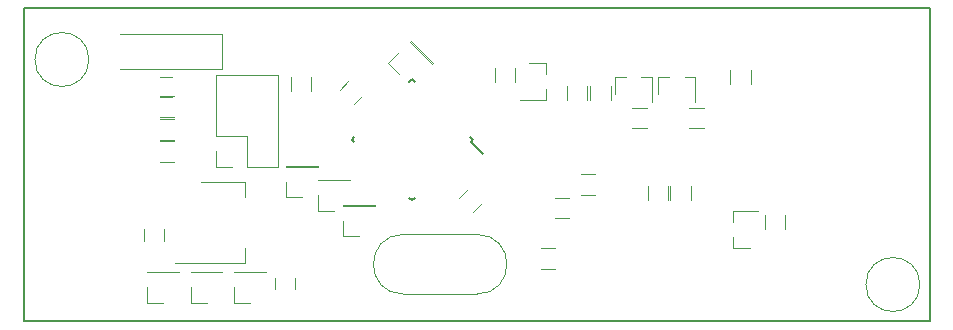
<source format=gbo>
G04 #@! TF.FileFunction,Legend,Bot*
%FSLAX46Y46*%
G04 Gerber Fmt 4.6, Leading zero omitted, Abs format (unit mm)*
G04 Created by KiCad (PCBNEW 4.0.7) date 11/22/17 14:23:38*
%MOMM*%
%LPD*%
G01*
G04 APERTURE LIST*
%ADD10C,0.100000*%
%ADD11C,0.150000*%
%ADD12C,0.120000*%
G04 APERTURE END LIST*
D10*
D11*
X18034000Y-22352000D02*
X18542000Y-22352000D01*
X18034000Y-23431500D02*
X18034000Y-22352000D01*
X94742000Y-22352000D02*
X94742000Y-23431500D01*
X18034000Y-48831500D02*
X18034000Y-23431500D01*
X39878000Y-48831500D02*
X18034000Y-48831500D01*
X94742000Y-48831500D02*
X39878000Y-48831500D01*
X94742000Y-47307500D02*
X94742000Y-48831500D01*
X94742000Y-23431500D02*
X94742000Y-47307500D01*
X18542000Y-22352000D02*
X94742000Y-22352000D01*
X56053524Y-33464500D02*
X55894425Y-33623599D01*
X50927000Y-28337976D02*
X50697190Y-28567786D01*
X45800476Y-33464500D02*
X46030286Y-33234690D01*
X50927000Y-38591024D02*
X51156810Y-38361214D01*
X56053524Y-33464500D02*
X55823714Y-33234690D01*
X50927000Y-38591024D02*
X50697190Y-38361214D01*
X45800476Y-33464500D02*
X46030286Y-33694310D01*
X50927000Y-28337976D02*
X51156810Y-28567786D01*
X55894425Y-33623599D02*
X56902052Y-34631226D01*
D12*
X28233000Y-42029000D02*
X28233000Y-41029000D01*
X29933000Y-41029000D02*
X29933000Y-42029000D01*
X39345500Y-46136500D02*
X39345500Y-45136500D01*
X41045500Y-45136500D02*
X41045500Y-46136500D01*
X46725394Y-29724187D02*
X46018287Y-30431294D01*
X44816206Y-29229213D02*
X45523313Y-28522106D01*
X29619000Y-28169500D02*
X30619000Y-28169500D01*
X30619000Y-29869500D02*
X29619000Y-29869500D01*
X34357000Y-28007000D02*
X39557000Y-28007000D01*
X34357000Y-33147000D02*
X34357000Y-28007000D01*
X39557000Y-35747000D02*
X39557000Y-28007000D01*
X34357000Y-33147000D02*
X36957000Y-33147000D01*
X36957000Y-33147000D02*
X36957000Y-35747000D01*
X36957000Y-35747000D02*
X39557000Y-35747000D01*
X34357000Y-34417000D02*
X34357000Y-35747000D01*
X34357000Y-35747000D02*
X35687000Y-35747000D01*
X32198000Y-44644000D02*
X34858000Y-44644000D01*
X32198000Y-44704000D02*
X32198000Y-44644000D01*
X34858000Y-44704000D02*
X34858000Y-44644000D01*
X32198000Y-44704000D02*
X34858000Y-44704000D01*
X32198000Y-45974000D02*
X32198000Y-47304000D01*
X32198000Y-47304000D02*
X33528000Y-47304000D01*
X28515000Y-44644000D02*
X31175000Y-44644000D01*
X28515000Y-44704000D02*
X28515000Y-44644000D01*
X31175000Y-44704000D02*
X31175000Y-44644000D01*
X28515000Y-44704000D02*
X31175000Y-44704000D01*
X28515000Y-45974000D02*
X28515000Y-47304000D01*
X28515000Y-47304000D02*
X29845000Y-47304000D01*
X35881000Y-44644000D02*
X38541000Y-44644000D01*
X35881000Y-44704000D02*
X35881000Y-44644000D01*
X38541000Y-44704000D02*
X38541000Y-44644000D01*
X35881000Y-44704000D02*
X38541000Y-44704000D01*
X35881000Y-45974000D02*
X35881000Y-47304000D01*
X35881000Y-47304000D02*
X37211000Y-47304000D01*
X45088500Y-38992500D02*
X47748500Y-38992500D01*
X45088500Y-39052500D02*
X45088500Y-38992500D01*
X47748500Y-39052500D02*
X47748500Y-38992500D01*
X45088500Y-39052500D02*
X47748500Y-39052500D01*
X45088500Y-40322500D02*
X45088500Y-41652500D01*
X45088500Y-41652500D02*
X46418500Y-41652500D01*
X42993000Y-36833500D02*
X45653000Y-36833500D01*
X42993000Y-36893500D02*
X42993000Y-36833500D01*
X45653000Y-36893500D02*
X45653000Y-36833500D01*
X42993000Y-36893500D02*
X45653000Y-36893500D01*
X42993000Y-38163500D02*
X42993000Y-39493500D01*
X42993000Y-39493500D02*
X44323000Y-39493500D01*
X40262500Y-35690500D02*
X42922500Y-35690500D01*
X40262500Y-35750500D02*
X40262500Y-35690500D01*
X42922500Y-35750500D02*
X42922500Y-35690500D01*
X40262500Y-35750500D02*
X42922500Y-35750500D01*
X40262500Y-37020500D02*
X40262500Y-38350500D01*
X40262500Y-38350500D02*
X41592500Y-38350500D01*
X50800000Y-25106596D02*
X52680904Y-26987500D01*
X50757574Y-25149022D02*
X50800000Y-25106596D01*
X52638478Y-27029926D02*
X52680904Y-26987500D01*
X50757574Y-25149022D02*
X52638478Y-27029926D01*
X49859548Y-26047048D02*
X48919096Y-26987500D01*
X48919096Y-26987500D02*
X49859548Y-27927952D01*
X40649000Y-28118500D02*
X40649000Y-29318500D01*
X42409000Y-29318500D02*
X42409000Y-28118500D01*
X29546000Y-31550500D02*
X30746000Y-31550500D01*
X30746000Y-29790500D02*
X29546000Y-29790500D01*
X29546000Y-33455500D02*
X30746000Y-33455500D01*
X30746000Y-31695500D02*
X29546000Y-31695500D01*
X29546000Y-35360500D02*
X30746000Y-35360500D01*
X30746000Y-33600500D02*
X29546000Y-33600500D01*
X36822047Y-37043000D02*
X36822047Y-38303000D01*
X36822047Y-43863000D02*
X36822047Y-42603000D01*
X33062047Y-37043000D02*
X36822047Y-37043000D01*
X30812047Y-43863000D02*
X36822047Y-43863000D01*
X56428000Y-41480500D02*
X50178000Y-41480500D01*
X56428000Y-46530500D02*
X50178000Y-46530500D01*
X56428000Y-46530500D02*
G75*
G03X56428000Y-41480500I0J2525000D01*
G01*
X50178000Y-46530500D02*
G75*
G02X50178000Y-41480500I0J2525000D01*
G01*
X56829477Y-38860604D02*
X56122370Y-39567711D01*
X54920289Y-38365630D02*
X55627396Y-37658523D01*
X78091000Y-42664500D02*
X78091000Y-41734500D01*
X78091000Y-39504500D02*
X78091000Y-40434500D01*
X78091000Y-39504500D02*
X80251000Y-39504500D01*
X78091000Y-42664500D02*
X79551000Y-42664500D01*
X71762500Y-28116500D02*
X72692500Y-28116500D01*
X74922500Y-28116500D02*
X73992500Y-28116500D01*
X74922500Y-28116500D02*
X74922500Y-30276500D01*
X71762500Y-28116500D02*
X71762500Y-29576500D01*
X68079500Y-28116500D02*
X69009500Y-28116500D01*
X71239500Y-28116500D02*
X70309500Y-28116500D01*
X71239500Y-28116500D02*
X71239500Y-30276500D01*
X68079500Y-28116500D02*
X68079500Y-29576500D01*
X62244000Y-26931500D02*
X62244000Y-27861500D01*
X62244000Y-30091500D02*
X62244000Y-29161500D01*
X62244000Y-30091500D02*
X60084000Y-30091500D01*
X62244000Y-26931500D02*
X60784000Y-26931500D01*
X82541000Y-41002500D02*
X82541000Y-39802500D01*
X80781000Y-39802500D02*
X80781000Y-41002500D01*
X65777000Y-30080500D02*
X65777000Y-28880500D01*
X64017000Y-28880500D02*
X64017000Y-30080500D01*
X67745500Y-30080500D02*
X67745500Y-28880500D01*
X65985500Y-28880500D02*
X65985500Y-30080500D01*
X79620000Y-28777500D02*
X79620000Y-27577500D01*
X77860000Y-27577500D02*
X77860000Y-28777500D01*
X72780000Y-37389500D02*
X72780000Y-38589500D01*
X74540000Y-38589500D02*
X74540000Y-37389500D01*
X70875000Y-37389500D02*
X70875000Y-38589500D01*
X72635000Y-38589500D02*
X72635000Y-37389500D01*
X65233000Y-38154500D02*
X66433000Y-38154500D01*
X66433000Y-36394500D02*
X65233000Y-36394500D01*
X63010500Y-40123000D02*
X64210500Y-40123000D01*
X64210500Y-38363000D02*
X63010500Y-38363000D01*
X61804000Y-44377500D02*
X63004000Y-44377500D01*
X63004000Y-42617500D02*
X61804000Y-42617500D01*
X74410000Y-32503000D02*
X75610000Y-32503000D01*
X75610000Y-30743000D02*
X74410000Y-30743000D01*
X69584000Y-32503000D02*
X70784000Y-32503000D01*
X70784000Y-30743000D02*
X69584000Y-30743000D01*
X57921000Y-27356500D02*
X57921000Y-28556500D01*
X59681000Y-28556500D02*
X59681000Y-27356500D01*
X26156500Y-24471500D02*
X34856500Y-24471500D01*
X34856500Y-24471500D02*
X34856500Y-27471500D01*
X34856500Y-27471500D02*
X26156500Y-27471500D01*
X23558500Y-26670000D02*
G75*
G03X23558500Y-26670000I-2286000J0D01*
G01*
X93916500Y-45720000D02*
G75*
G03X93916500Y-45720000I-2286000J0D01*
G01*
M02*

</source>
